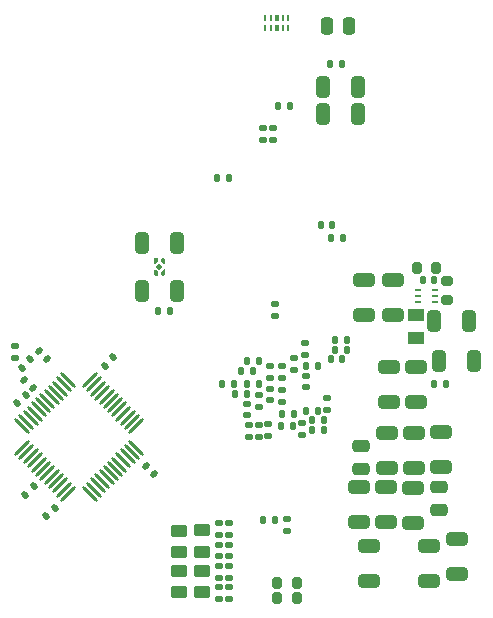
<source format=gbr>
%TF.GenerationSoftware,KiCad,Pcbnew,9.0.0*%
%TF.CreationDate,2025-03-19T22:59:48-05:00*%
%TF.ProjectId,opu_driver,6f70755f-6472-4697-9665-722e6b696361,rev?*%
%TF.SameCoordinates,Original*%
%TF.FileFunction,Paste,Bot*%
%TF.FilePolarity,Positive*%
%FSLAX46Y46*%
G04 Gerber Fmt 4.6, Leading zero omitted, Abs format (unit mm)*
G04 Created by KiCad (PCBNEW 9.0.0) date 2025-03-19 22:59:48*
%MOMM*%
%LPD*%
G01*
G04 APERTURE LIST*
G04 Aperture macros list*
%AMRoundRect*
0 Rectangle with rounded corners*
0 $1 Rounding radius*
0 $2 $3 $4 $5 $6 $7 $8 $9 X,Y pos of 4 corners*
0 Add a 4 corners polygon primitive as box body*
4,1,4,$2,$3,$4,$5,$6,$7,$8,$9,$2,$3,0*
0 Add four circle primitives for the rounded corners*
1,1,$1+$1,$2,$3*
1,1,$1+$1,$4,$5*
1,1,$1+$1,$6,$7*
1,1,$1+$1,$8,$9*
0 Add four rect primitives between the rounded corners*
20,1,$1+$1,$2,$3,$4,$5,0*
20,1,$1+$1,$4,$5,$6,$7,0*
20,1,$1+$1,$6,$7,$8,$9,0*
20,1,$1+$1,$8,$9,$2,$3,0*%
%AMHorizOval*
0 Thick line with rounded ends*
0 $1 width*
0 $2 $3 position (X,Y) of the first rounded end (center of the circle)*
0 $4 $5 position (X,Y) of the second rounded end (center of the circle)*
0 Add line between two ends*
20,1,$1,$2,$3,$4,$5,0*
0 Add two circle primitives to create the rounded ends*
1,1,$1,$2,$3*
1,1,$1,$4,$5*%
%AMRotRect*
0 Rectangle, with rotation*
0 The origin of the aperture is its center*
0 $1 length*
0 $2 width*
0 $3 Rotation angle, in degrees counterclockwise*
0 Add horizontal line*
21,1,$1,$2,0,0,$3*%
%AMFreePoly0*
4,1,13,0.135355,0.205355,0.150000,0.170000,0.150000,-0.080000,0.135355,-0.115355,-0.064645,-0.315355,-0.100000,-0.330000,-0.135355,-0.315355,-0.150000,-0.280000,-0.150000,0.170000,-0.135355,0.205355,-0.100000,0.220000,0.100000,0.220000,0.135355,0.205355,0.135355,0.205355,$1*%
%AMFreePoly1*
4,1,14,0.125355,0.205355,0.140000,0.170000,0.140000,-0.230000,0.125355,-0.265355,0.090000,-0.280000,0.040000,-0.280000,0.004645,-0.265355,-0.145355,-0.115355,-0.160000,-0.080000,-0.160000,0.170000,-0.145355,0.205355,-0.110000,0.220000,0.090000,0.220000,0.125355,0.205355,0.125355,0.205355,$1*%
%AMFreePoly2*
4,1,14,0.125355,0.255355,0.140000,0.220000,0.140000,-0.180000,0.125355,-0.215355,0.090000,-0.230000,-0.110000,-0.230000,-0.145355,-0.215355,-0.160000,-0.180000,-0.160000,0.070000,-0.145355,0.105355,0.004645,0.255355,0.040000,0.270000,0.090000,0.270000,0.125355,0.255355,0.125355,0.255355,$1*%
%AMFreePoly3*
4,1,14,-0.014645,0.265355,0.135355,0.115355,0.150000,0.080000,0.150000,-0.170000,0.135355,-0.205355,0.100000,-0.220000,-0.100000,-0.220000,-0.135355,-0.205355,-0.150000,-0.170000,-0.150000,0.230000,-0.135355,0.265355,-0.100000,0.280000,-0.050000,0.280000,-0.014645,0.265355,-0.014645,0.265355,$1*%
G04 Aperture macros list end*
%ADD10RoundRect,0.140000X0.170000X-0.140000X0.170000X0.140000X-0.170000X0.140000X-0.170000X-0.140000X0*%
%ADD11RoundRect,0.140000X-0.140000X-0.170000X0.140000X-0.170000X0.140000X0.170000X-0.140000X0.170000X0*%
%ADD12RoundRect,0.248780X-0.451220X0.261220X-0.451220X-0.261220X0.451220X-0.261220X0.451220X0.261220X0*%
%ADD13RoundRect,0.140000X0.140000X0.170000X-0.140000X0.170000X-0.140000X-0.170000X0.140000X-0.170000X0*%
%ADD14RoundRect,0.250000X-0.650000X0.325000X-0.650000X-0.325000X0.650000X-0.325000X0.650000X0.325000X0*%
%ADD15FreePoly0,180.000000*%
%ADD16FreePoly1,180.000000*%
%ADD17FreePoly2,180.000000*%
%ADD18FreePoly3,180.000000*%
%ADD19RotRect,0.450000X0.450000X135.000000*%
%ADD20RoundRect,0.140000X-0.170000X0.140000X-0.170000X-0.140000X0.170000X-0.140000X0.170000X0.140000X0*%
%ADD21RoundRect,0.250000X-0.325000X-0.650000X0.325000X-0.650000X0.325000X0.650000X-0.325000X0.650000X0*%
%ADD22RoundRect,0.140000X-0.021213X0.219203X-0.219203X0.021213X0.021213X-0.219203X0.219203X-0.021213X0*%
%ADD23R,0.550000X0.280000*%
%ADD24RoundRect,0.250000X0.650000X-0.325000X0.650000X0.325000X-0.650000X0.325000X-0.650000X-0.325000X0*%
%ADD25RoundRect,0.250000X-0.475000X0.250000X-0.475000X-0.250000X0.475000X-0.250000X0.475000X0.250000X0*%
%ADD26RoundRect,0.248780X0.451220X-0.261220X0.451220X0.261220X-0.451220X0.261220X-0.451220X-0.261220X0*%
%ADD27RoundRect,0.250000X0.325000X0.650000X-0.325000X0.650000X-0.325000X-0.650000X0.325000X-0.650000X0*%
%ADD28RoundRect,0.250000X0.475000X-0.250000X0.475000X0.250000X-0.475000X0.250000X-0.475000X-0.250000X0*%
%ADD29RoundRect,0.140000X0.219203X0.021213X0.021213X0.219203X-0.219203X-0.021213X-0.021213X-0.219203X0*%
%ADD30HorizOval,0.280000X0.537401X0.537401X-0.537401X-0.537401X0*%
%ADD31HorizOval,0.280000X-0.537401X0.537401X0.537401X-0.537401X0*%
%ADD32RoundRect,0.140000X-0.219203X-0.021213X-0.021213X-0.219203X0.219203X0.021213X0.021213X0.219203X0*%
%ADD33RoundRect,0.250000X0.250000X0.475000X-0.250000X0.475000X-0.250000X-0.475000X0.250000X-0.475000X0*%
%ADD34R,0.220000X0.610000*%
%ADD35R,0.410000X0.610000*%
%ADD36R,1.380000X1.130000*%
%ADD37RoundRect,0.140000X0.021213X-0.219203X0.219203X-0.021213X-0.021213X0.219203X-0.219203X0.021213X0*%
%ADD38RoundRect,0.200000X0.200000X0.275000X-0.200000X0.275000X-0.200000X-0.275000X0.200000X-0.275000X0*%
%ADD39RoundRect,0.200000X-0.200000X-0.275000X0.200000X-0.275000X0.200000X0.275000X-0.200000X0.275000X0*%
%ADD40C,0.160000*%
%ADD41RoundRect,0.200000X-0.275000X0.200000X-0.275000X-0.200000X0.275000X-0.200000X0.275000X0.200000X0*%
G04 APERTURE END LIST*
D10*
%TO.C,C44*%
X51048685Y-149608587D03*
X51048685Y-148608587D03*
%TD*%
D11*
%TO.C,C45*%
X50945165Y-151600000D03*
X51945165Y-151600000D03*
%TD*%
D12*
%TO.C,R34*%
X44218758Y-160474273D03*
X44218758Y-162294273D03*
%TD*%
D10*
%TO.C,C113*%
X51435439Y-160541439D03*
X51435439Y-159541441D03*
%TD*%
D13*
%TO.C,R15*%
X56545164Y-144340837D03*
X55545164Y-144340837D03*
%TD*%
D14*
%TO.C,C106*%
X60045164Y-146603194D03*
X60045164Y-149563194D03*
%TD*%
D15*
%TO.C,U9*%
X40975165Y-138645867D03*
D16*
X40315165Y-138645867D03*
D17*
X40315165Y-137695867D03*
D18*
X40975165Y-137685867D03*
D19*
X40645165Y-138165867D03*
%TD*%
D10*
%TO.C,C11*%
X49448165Y-127376667D03*
X49448165Y-126376667D03*
%TD*%
D14*
%TO.C,C85*%
X62142332Y-156854188D03*
X62142332Y-159814188D03*
%TD*%
D20*
%TO.C,C50*%
X49051400Y-149033642D03*
X49051400Y-150033640D03*
%TD*%
D21*
%TO.C,C101*%
X64336201Y-146165866D03*
X67296201Y-146165866D03*
%TD*%
D22*
%TO.C,C73*%
X29325224Y-149012314D03*
X28618118Y-149719420D03*
%TD*%
D13*
%TO.C,C35*%
X49058036Y-146134341D03*
X48058038Y-146134341D03*
%TD*%
D20*
%TO.C,C120*%
X46527282Y-159875672D03*
X46527282Y-160875670D03*
%TD*%
D10*
%TO.C,C36*%
X52045165Y-146865867D03*
X52045165Y-145865867D03*
%TD*%
D23*
%TO.C,U10*%
X63938625Y-140143665D03*
X63938626Y-140643665D03*
X63938625Y-141143665D03*
X62498627Y-141143665D03*
X62498626Y-140643665D03*
X62498627Y-140143665D03*
%TD*%
D13*
%TO.C,R14*%
X56163393Y-135685168D03*
X55163393Y-135685168D03*
%TD*%
D11*
%TO.C,C55*%
X55145165Y-145965867D03*
X56145165Y-145965867D03*
%TD*%
D20*
%TO.C,C122*%
X45698765Y-163474819D03*
X45698765Y-164474817D03*
%TD*%
D24*
%TO.C,C80*%
X58400000Y-164768315D03*
X58400000Y-161808315D03*
%TD*%
%TO.C,C87*%
X64509780Y-155129083D03*
X64509780Y-152169083D03*
%TD*%
D25*
%TO.C,C90*%
X64308521Y-156805308D03*
X64308521Y-158705306D03*
%TD*%
D20*
%TO.C,C42*%
X50988331Y-146552326D03*
X50988331Y-147552326D03*
%TD*%
D26*
%TO.C,R32*%
X42310321Y-165688587D03*
X42310321Y-163868587D03*
%TD*%
D11*
%TO.C,C114*%
X49397247Y-159554507D03*
X50397245Y-159554507D03*
%TD*%
D27*
%TO.C,C98*%
X42125165Y-140165868D03*
X39165165Y-140165868D03*
%TD*%
D28*
%TO.C,C81*%
X57738311Y-155235167D03*
X57738311Y-153335169D03*
%TD*%
D29*
%TO.C,C72*%
X29902407Y-148421624D03*
X29195301Y-147714518D03*
%TD*%
D12*
%TO.C,R33*%
X42323619Y-160479694D03*
X42323619Y-162299694D03*
%TD*%
D13*
%TO.C,C49*%
X48052351Y-148948599D03*
X47052351Y-148948599D03*
%TD*%
D24*
%TO.C,C89*%
X65873323Y-164130342D03*
X65873323Y-161170342D03*
%TD*%
D10*
%TO.C,C121*%
X46523041Y-166271866D03*
X46523041Y-165271868D03*
%TD*%
D26*
%TO.C,R31*%
X44218758Y-165694273D03*
X44218758Y-163874273D03*
%TD*%
D13*
%TO.C,C128*%
X41513904Y-141874847D03*
X40513906Y-141874847D03*
%TD*%
D24*
%TO.C,C83*%
X59883850Y-155151563D03*
X59883850Y-152191563D03*
%TD*%
D13*
%TO.C,R13*%
X56545165Y-145165867D03*
X55545165Y-145165867D03*
%TD*%
D24*
%TO.C,C79*%
X63506633Y-164790551D03*
X63506633Y-161830551D03*
%TD*%
D22*
%TO.C,C92*%
X30004260Y-156741306D03*
X29297154Y-157448412D03*
%TD*%
D14*
%TO.C,C82*%
X57549500Y-156819992D03*
X57549500Y-159779992D03*
%TD*%
D20*
%TO.C,C41*%
X53046667Y-147362987D03*
X53046667Y-148362987D03*
%TD*%
%TO.C,C51*%
X50031627Y-146548736D03*
X50031627Y-147548736D03*
%TD*%
D10*
%TO.C,C48*%
X50045165Y-149465867D03*
X50045165Y-148465867D03*
%TD*%
D30*
%TO.C,U6*%
X32925926Y-157374193D03*
X32572373Y-157020640D03*
X32218819Y-156667086D03*
X31865266Y-156313533D03*
X31511713Y-155959980D03*
X31158159Y-155606426D03*
X30804606Y-155252873D03*
X30451052Y-154899319D03*
X30097499Y-154545766D03*
X29743946Y-154192213D03*
X29390392Y-153838659D03*
X29036839Y-153485106D03*
D31*
X29036839Y-151646628D03*
X29390392Y-151293075D03*
X29743946Y-150939521D03*
X30097499Y-150585968D03*
X30451052Y-150232415D03*
X30804606Y-149878861D03*
X31158159Y-149525308D03*
X31511713Y-149171754D03*
X31865266Y-148818201D03*
X32218819Y-148464648D03*
X32572373Y-148111094D03*
X32925926Y-147757541D03*
D30*
X34764404Y-147757541D03*
X35117957Y-148111094D03*
X35471511Y-148464648D03*
X35825064Y-148818201D03*
X36178617Y-149171754D03*
X36532171Y-149525308D03*
X36885724Y-149878861D03*
X37239278Y-150232415D03*
X37592831Y-150585968D03*
X37946384Y-150939521D03*
X38299938Y-151293075D03*
X38653491Y-151646628D03*
D31*
X38653491Y-153485106D03*
X38299938Y-153838659D03*
X37946384Y-154192213D03*
X37592831Y-154545766D03*
X37239278Y-154899319D03*
X36885724Y-155252873D03*
X36532171Y-155606426D03*
X36178617Y-155959980D03*
X35825064Y-156313533D03*
X35471511Y-156667086D03*
X35117957Y-157020640D03*
X34764404Y-157374193D03*
%TD*%
D10*
%TO.C,C12*%
X50260965Y-127376667D03*
X50260965Y-126376667D03*
%TD*%
D20*
%TO.C,C59*%
X49052453Y-151559591D03*
X49052453Y-152559591D03*
%TD*%
D32*
%TO.C,C68*%
X30423256Y-145247772D03*
X31130362Y-145954878D03*
%TD*%
D20*
%TO.C,C47*%
X54860130Y-149300001D03*
X54860130Y-150299999D03*
%TD*%
D11*
%TO.C,C40*%
X47578814Y-147008104D03*
X48578814Y-147008104D03*
%TD*%
D33*
%TO.C,C4*%
X56725064Y-117744030D03*
X54825066Y-117744030D03*
%TD*%
D11*
%TO.C,C53*%
X53044955Y-150328147D03*
X54044955Y-150328147D03*
%TD*%
D10*
%TO.C,C69*%
X28451184Y-145871646D03*
X28451184Y-144871648D03*
%TD*%
D14*
%TO.C,C105*%
X62352628Y-146618123D03*
X62352628Y-149578123D03*
%TD*%
D11*
%TO.C,C38*%
X53559244Y-151126519D03*
X54559244Y-151126519D03*
%TD*%
D34*
%TO.C,D3*%
X49565765Y-117094067D03*
X50065765Y-117094067D03*
D35*
X50565765Y-117094067D03*
D34*
X51065765Y-117094067D03*
X51565765Y-117094067D03*
X51565765Y-117914067D03*
X51065765Y-117914067D03*
D35*
X50565765Y-117914067D03*
D34*
X50065765Y-117914067D03*
X49565765Y-117914067D03*
%TD*%
D21*
%TO.C,C99*%
X63913625Y-142773664D03*
X66873625Y-142773664D03*
%TD*%
D10*
%TO.C,C52*%
X48049224Y-150741120D03*
X48049224Y-149741120D03*
%TD*%
D20*
%TO.C,R46*%
X50434890Y-141336509D03*
X50434890Y-142336507D03*
%TD*%
D22*
%TO.C,C74*%
X31779945Y-158537224D03*
X31072839Y-159244330D03*
%TD*%
D24*
%TO.C,C104*%
X60393626Y-142253664D03*
X60393626Y-139293664D03*
%TD*%
D11*
%TO.C,C39*%
X48072587Y-148115257D03*
X49072585Y-148115257D03*
%TD*%
D36*
%TO.C,L2*%
X62393625Y-142203664D03*
X62393625Y-144143666D03*
%TD*%
D13*
%TO.C,R1*%
X51700765Y-124539867D03*
X50700765Y-124539867D03*
%TD*%
D20*
%TO.C,C123*%
X46510321Y-163478588D03*
X46510321Y-164478586D03*
%TD*%
D37*
%TO.C,C65*%
X35995575Y-146523569D03*
X36702681Y-145816463D03*
%TD*%
D10*
%TO.C,C124*%
X46508765Y-162678586D03*
X46508765Y-161678588D03*
%TD*%
D20*
%TO.C,C43*%
X49876204Y-151443253D03*
X49876204Y-152443253D03*
%TD*%
%TO.C,C56*%
X52737425Y-151400879D03*
X52737425Y-152400877D03*
%TD*%
D13*
%TO.C,R16*%
X55290479Y-134636263D03*
X54290479Y-134636263D03*
%TD*%
D32*
%TO.C,C63*%
X39491612Y-155012314D03*
X40198718Y-155719420D03*
%TD*%
D38*
%TO.C,R38*%
X52265166Y-164965867D03*
X50625164Y-164965867D03*
%TD*%
D20*
%TO.C,C60*%
X48234058Y-151561459D03*
X48234058Y-152561459D03*
%TD*%
D11*
%TO.C,R8*%
X55100000Y-121011966D03*
X56100000Y-121011966D03*
%TD*%
D39*
%TO.C,R19*%
X62411457Y-138246951D03*
X64051459Y-138246951D03*
%TD*%
D40*
%TO.C,U3*%
X57000000Y-121400000D03*
X57400000Y-121400000D03*
X57800000Y-121400000D03*
X58200000Y-121400000D03*
X57000000Y-121000000D03*
X57400000Y-121000000D03*
X57800000Y-121000000D03*
X58200000Y-121000000D03*
X57000000Y-120600000D03*
X57400000Y-120600000D03*
X57800000Y-120600000D03*
X58200000Y-120600000D03*
%TD*%
D38*
%TO.C,R39*%
X52265166Y-166165867D03*
X50625164Y-166165867D03*
%TD*%
D10*
%TO.C,C125*%
X45698765Y-162678586D03*
X45698765Y-161678588D03*
%TD*%
D13*
%TO.C,C37*%
X52028964Y-150600000D03*
X51028964Y-150600000D03*
%TD*%
D11*
%TO.C,C61*%
X53545165Y-151990047D03*
X54545165Y-151990047D03*
%TD*%
D10*
%TO.C,C62*%
X52981941Y-145628147D03*
X52981941Y-144628147D03*
%TD*%
%TO.C,C118*%
X45723042Y-166271866D03*
X45723042Y-165271868D03*
%TD*%
D13*
%TO.C,R10*%
X64922278Y-148087563D03*
X63922280Y-148087563D03*
%TD*%
D11*
%TO.C,C94*%
X62931459Y-139246951D03*
X63931457Y-139246951D03*
%TD*%
D13*
%TO.C,C46*%
X46945165Y-148069760D03*
X45945165Y-148069760D03*
%TD*%
D27*
%TO.C,C97*%
X42125165Y-136165866D03*
X39165165Y-136165866D03*
%TD*%
%TO.C,C1*%
X57483117Y-122903874D03*
X54523117Y-122903874D03*
%TD*%
D37*
%TO.C,C70*%
X28982812Y-146697500D03*
X29689918Y-145990394D03*
%TD*%
D13*
%TO.C,C54*%
X54072586Y-146538319D03*
X53072586Y-146538319D03*
%TD*%
D14*
%TO.C,C86*%
X59845165Y-156833699D03*
X59845165Y-159793699D03*
%TD*%
D20*
%TO.C,C119*%
X45682054Y-159878587D03*
X45682054Y-160878585D03*
%TD*%
D41*
%TO.C,R22*%
X64993626Y-139353663D03*
X64993626Y-140993665D03*
%TD*%
D24*
%TO.C,C103*%
X57993626Y-142253664D03*
X57993626Y-139293664D03*
%TD*%
%TO.C,C84*%
X62212208Y-155151563D03*
X62212208Y-152191563D03*
%TD*%
D27*
%TO.C,C2*%
X57480000Y-125200000D03*
X54520000Y-125200000D03*
%TD*%
D11*
%TO.C,R40*%
X45500000Y-130600000D03*
X46500000Y-130600000D03*
%TD*%
M02*

</source>
